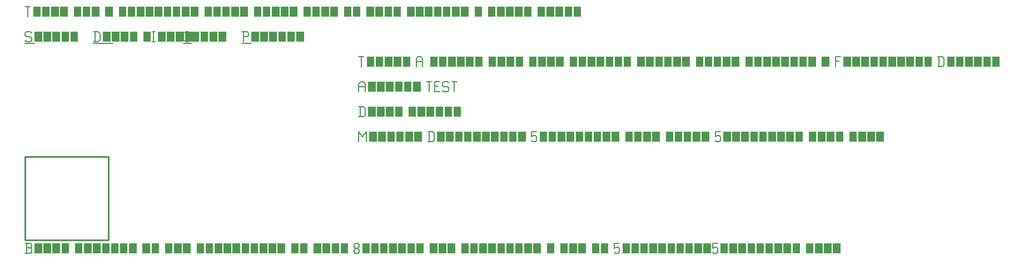
<source format=gbr>
G04 start of page 4 for group -1 layer_idx 268435461 *
G04 Title: A single line that extends beyond board boundary, <virtual group> *
G04 Creator: <version>
G04 CreationDate: <date>
G04 For: TEST *
G04 Format: Gerber/RS-274X *
G04 PCB-Dimensions: 50000 50000 *
G04 PCB-Coordinate-Origin: lower left *
%MOIN*%
%FSLAX25Y25*%
%LNLOGICAL_VIRTUAL_FAB_NONE*%
%ADD15C,0.0100*%
%ADD14C,0.0001*%
%ADD13C,0.0060*%
G54D13*X3000Y125000D02*X3750Y124250D01*
X750Y125000D02*X3000D01*
X0Y124250D02*X750Y125000D01*
X0Y124250D02*Y122750D01*
X750Y122000D01*
X3000D01*
X3750Y121250D01*
Y119750D01*
X3000Y119000D02*X3750Y119750D01*
X750Y119000D02*X3000D01*
X0Y119750D02*X750Y119000D01*
G54D14*G36*
X5550Y125000D02*X10050D01*
Y119000D01*
X5550D01*
Y125000D01*
G37*
G36*
X10950D02*X15450D01*
Y119000D01*
X10950D01*
Y125000D01*
G37*
G36*
X16350D02*X20850D01*
Y119000D01*
X16350D01*
Y125000D01*
G37*
G36*
X21750D02*X26250D01*
Y119000D01*
X21750D01*
Y125000D01*
G37*
G36*
X27150D02*X31650D01*
Y119000D01*
X27150D01*
Y125000D01*
G37*
G54D13*X0Y118000D02*X5550D01*
X41750Y125000D02*Y119000D01*
X43700Y125000D02*X44750Y123950D01*
Y120050D01*
X43700Y119000D02*X44750Y120050D01*
X41000Y119000D02*X43700D01*
X41000Y125000D02*X43700D01*
G54D14*G36*
X46550D02*X51050D01*
Y119000D01*
X46550D01*
Y125000D01*
G37*
G36*
X51950D02*X56450D01*
Y119000D01*
X51950D01*
Y125000D01*
G37*
G36*
X57350D02*X61850D01*
Y119000D01*
X57350D01*
Y125000D01*
G37*
G36*
X62750D02*X67250D01*
Y119000D01*
X62750D01*
Y125000D01*
G37*
G36*
X70850D02*X75350D01*
Y119000D01*
X70850D01*
Y125000D01*
G37*
G54D13*X76250D02*X77750D01*
X77000D02*Y119000D01*
X76250D02*X77750D01*
G54D14*G36*
X79550Y125000D02*X84050D01*
Y119000D01*
X79550D01*
Y125000D01*
G37*
G36*
X84950D02*X89450D01*
Y119000D01*
X84950D01*
Y125000D01*
G37*
G36*
X90350D02*X94850D01*
Y119000D01*
X90350D01*
Y125000D01*
G37*
G36*
X95750D02*X100250D01*
Y119000D01*
X95750D01*
Y125000D01*
G37*
G54D13*X41000Y118000D02*X52550D01*
X96050Y119000D02*X98000D01*
X95000Y120050D02*X96050Y119000D01*
X95000Y123950D02*Y120050D01*
Y123950D02*X96050Y125000D01*
X98000D01*
G54D14*G36*
X99800D02*X104300D01*
Y119000D01*
X99800D01*
Y125000D01*
G37*
G36*
X105200D02*X109700D01*
Y119000D01*
X105200D01*
Y125000D01*
G37*
G36*
X110600D02*X115100D01*
Y119000D01*
X110600D01*
Y125000D01*
G37*
G36*
X116000D02*X120500D01*
Y119000D01*
X116000D01*
Y125000D01*
G37*
G54D13*X95000Y118000D02*X99800D01*
X130750Y125000D02*Y119000D01*
X130000Y125000D02*X133000D01*
X133750Y124250D01*
Y122750D01*
X133000Y122000D02*X133750Y122750D01*
X130750Y122000D02*X133000D01*
G54D14*G36*
X135550Y125000D02*X140050D01*
Y119000D01*
X135550D01*
Y125000D01*
G37*
G36*
X140950D02*X145450D01*
Y119000D01*
X140950D01*
Y125000D01*
G37*
G36*
X146350D02*X150850D01*
Y119000D01*
X146350D01*
Y125000D01*
G37*
G36*
X151750D02*X156250D01*
Y119000D01*
X151750D01*
Y125000D01*
G37*
G36*
X157150D02*X161650D01*
Y119000D01*
X157150D01*
Y125000D01*
G37*
G36*
X162550D02*X167050D01*
Y119000D01*
X162550D01*
Y125000D01*
G37*
G54D13*X130000Y118000D02*X135550D01*
X0Y140000D02*X3000D01*
X1500D02*Y134000D01*
G54D14*G36*
X4800Y140000D02*X9300D01*
Y134000D01*
X4800D01*
Y140000D01*
G37*
G36*
X10200D02*X14700D01*
Y134000D01*
X10200D01*
Y140000D01*
G37*
G36*
X15600D02*X20100D01*
Y134000D01*
X15600D01*
Y140000D01*
G37*
G36*
X21000D02*X25500D01*
Y134000D01*
X21000D01*
Y140000D01*
G37*
G36*
X29100D02*X33600D01*
Y134000D01*
X29100D01*
Y140000D01*
G37*
G36*
X34500D02*X39000D01*
Y134000D01*
X34500D01*
Y140000D01*
G37*
G36*
X39900D02*X44400D01*
Y134000D01*
X39900D01*
Y140000D01*
G37*
G36*
X48000D02*X52500D01*
Y134000D01*
X48000D01*
Y140000D01*
G37*
G36*
X56100D02*X60600D01*
Y134000D01*
X56100D01*
Y140000D01*
G37*
G36*
X61500D02*X66000D01*
Y134000D01*
X61500D01*
Y140000D01*
G37*
G36*
X66900D02*X71400D01*
Y134000D01*
X66900D01*
Y140000D01*
G37*
G36*
X72300D02*X76800D01*
Y134000D01*
X72300D01*
Y140000D01*
G37*
G36*
X77700D02*X82200D01*
Y134000D01*
X77700D01*
Y140000D01*
G37*
G36*
X83100D02*X87600D01*
Y134000D01*
X83100D01*
Y140000D01*
G37*
G36*
X88500D02*X93000D01*
Y134000D01*
X88500D01*
Y140000D01*
G37*
G36*
X93900D02*X98400D01*
Y134000D01*
X93900D01*
Y140000D01*
G37*
G36*
X99300D02*X103800D01*
Y134000D01*
X99300D01*
Y140000D01*
G37*
G36*
X107400D02*X111900D01*
Y134000D01*
X107400D01*
Y140000D01*
G37*
G36*
X112800D02*X117300D01*
Y134000D01*
X112800D01*
Y140000D01*
G37*
G36*
X118200D02*X122700D01*
Y134000D01*
X118200D01*
Y140000D01*
G37*
G36*
X123600D02*X128100D01*
Y134000D01*
X123600D01*
Y140000D01*
G37*
G36*
X129000D02*X133500D01*
Y134000D01*
X129000D01*
Y140000D01*
G37*
G36*
X137100D02*X141600D01*
Y134000D01*
X137100D01*
Y140000D01*
G37*
G36*
X142500D02*X147000D01*
Y134000D01*
X142500D01*
Y140000D01*
G37*
G36*
X147900D02*X152400D01*
Y134000D01*
X147900D01*
Y140000D01*
G37*
G36*
X153300D02*X157800D01*
Y134000D01*
X153300D01*
Y140000D01*
G37*
G36*
X158700D02*X163200D01*
Y134000D01*
X158700D01*
Y140000D01*
G37*
G36*
X166800D02*X171300D01*
Y134000D01*
X166800D01*
Y140000D01*
G37*
G36*
X172200D02*X176700D01*
Y134000D01*
X172200D01*
Y140000D01*
G37*
G36*
X177600D02*X182100D01*
Y134000D01*
X177600D01*
Y140000D01*
G37*
G36*
X183000D02*X187500D01*
Y134000D01*
X183000D01*
Y140000D01*
G37*
G36*
X191100D02*X195600D01*
Y134000D01*
X191100D01*
Y140000D01*
G37*
G36*
X196500D02*X201000D01*
Y134000D01*
X196500D01*
Y140000D01*
G37*
G36*
X204600D02*X209100D01*
Y134000D01*
X204600D01*
Y140000D01*
G37*
G36*
X210000D02*X214500D01*
Y134000D01*
X210000D01*
Y140000D01*
G37*
G36*
X215400D02*X219900D01*
Y134000D01*
X215400D01*
Y140000D01*
G37*
G36*
X220800D02*X225300D01*
Y134000D01*
X220800D01*
Y140000D01*
G37*
G36*
X228900D02*X233400D01*
Y134000D01*
X228900D01*
Y140000D01*
G37*
G36*
X234300D02*X238800D01*
Y134000D01*
X234300D01*
Y140000D01*
G37*
G36*
X239700D02*X244200D01*
Y134000D01*
X239700D01*
Y140000D01*
G37*
G36*
X245100D02*X249600D01*
Y134000D01*
X245100D01*
Y140000D01*
G37*
G36*
X250500D02*X255000D01*
Y134000D01*
X250500D01*
Y140000D01*
G37*
G36*
X255900D02*X260400D01*
Y134000D01*
X255900D01*
Y140000D01*
G37*
G36*
X261300D02*X265800D01*
Y134000D01*
X261300D01*
Y140000D01*
G37*
G36*
X269400D02*X273900D01*
Y134000D01*
X269400D01*
Y140000D01*
G37*
G36*
X277500D02*X282000D01*
Y134000D01*
X277500D01*
Y140000D01*
G37*
G36*
X282900D02*X287400D01*
Y134000D01*
X282900D01*
Y140000D01*
G37*
G36*
X288300D02*X292800D01*
Y134000D01*
X288300D01*
Y140000D01*
G37*
G36*
X293700D02*X298200D01*
Y134000D01*
X293700D01*
Y140000D01*
G37*
G36*
X299100D02*X303600D01*
Y134000D01*
X299100D01*
Y140000D01*
G37*
G36*
X307200D02*X311700D01*
Y134000D01*
X307200D01*
Y140000D01*
G37*
G36*
X312600D02*X317100D01*
Y134000D01*
X312600D01*
Y140000D01*
G37*
G36*
X318000D02*X322500D01*
Y134000D01*
X318000D01*
Y140000D01*
G37*
G36*
X323400D02*X327900D01*
Y134000D01*
X323400D01*
Y140000D01*
G37*
G36*
X328800D02*X333300D01*
Y134000D01*
X328800D01*
Y140000D01*
G37*
G54D15*X0Y50000D02*X50000D01*
X0D02*Y0D01*
X50000Y50000D02*Y0D01*
X0D02*X50000D01*
G54D13*X200000Y65000D02*Y59000D01*
Y65000D02*X202250Y62000D01*
X204500Y65000D01*
Y59000D01*
G54D14*G36*
X206300Y65000D02*X210800D01*
Y59000D01*
X206300D01*
Y65000D01*
G37*
G36*
X211700D02*X216200D01*
Y59000D01*
X211700D01*
Y65000D01*
G37*
G36*
X217100D02*X221600D01*
Y59000D01*
X217100D01*
Y65000D01*
G37*
G36*
X222500D02*X227000D01*
Y59000D01*
X222500D01*
Y65000D01*
G37*
G36*
X227900D02*X232400D01*
Y59000D01*
X227900D01*
Y65000D01*
G37*
G36*
X233300D02*X237800D01*
Y59000D01*
X233300D01*
Y65000D01*
G37*
G54D13*X242150D02*Y59000D01*
X244100Y65000D02*X245150Y63950D01*
Y60050D01*
X244100Y59000D02*X245150Y60050D01*
X241400Y59000D02*X244100D01*
X241400Y65000D02*X244100D01*
G54D14*G36*
X246950D02*X251450D01*
Y59000D01*
X246950D01*
Y65000D01*
G37*
G36*
X252350D02*X256850D01*
Y59000D01*
X252350D01*
Y65000D01*
G37*
G36*
X257750D02*X262250D01*
Y59000D01*
X257750D01*
Y65000D01*
G37*
G36*
X263150D02*X267650D01*
Y59000D01*
X263150D01*
Y65000D01*
G37*
G36*
X268550D02*X273050D01*
Y59000D01*
X268550D01*
Y65000D01*
G37*
G36*
X273950D02*X278450D01*
Y59000D01*
X273950D01*
Y65000D01*
G37*
G36*
X279350D02*X283850D01*
Y59000D01*
X279350D01*
Y65000D01*
G37*
G36*
X284750D02*X289250D01*
Y59000D01*
X284750D01*
Y65000D01*
G37*
G36*
X290150D02*X294650D01*
Y59000D01*
X290150D01*
Y65000D01*
G37*
G36*
X295550D02*X300050D01*
Y59000D01*
X295550D01*
Y65000D01*
G37*
G54D13*X303650D02*X306650D01*
X303650D02*Y62000D01*
X304400Y62750D01*
X305900D01*
X306650Y62000D01*
Y59750D01*
X305900Y59000D02*X306650Y59750D01*
X304400Y59000D02*X305900D01*
X303650Y59750D02*X304400Y59000D01*
G54D14*G36*
X308450Y65000D02*X312950D01*
Y59000D01*
X308450D01*
Y65000D01*
G37*
G36*
X313850D02*X318350D01*
Y59000D01*
X313850D01*
Y65000D01*
G37*
G36*
X319250D02*X323750D01*
Y59000D01*
X319250D01*
Y65000D01*
G37*
G36*
X324650D02*X329150D01*
Y59000D01*
X324650D01*
Y65000D01*
G37*
G36*
X330050D02*X334550D01*
Y59000D01*
X330050D01*
Y65000D01*
G37*
G36*
X335450D02*X339950D01*
Y59000D01*
X335450D01*
Y65000D01*
G37*
G36*
X340850D02*X345350D01*
Y59000D01*
X340850D01*
Y65000D01*
G37*
G36*
X346250D02*X350750D01*
Y59000D01*
X346250D01*
Y65000D01*
G37*
G36*
X351650D02*X356150D01*
Y59000D01*
X351650D01*
Y65000D01*
G37*
G36*
X359750D02*X364250D01*
Y59000D01*
X359750D01*
Y65000D01*
G37*
G36*
X365150D02*X369650D01*
Y59000D01*
X365150D01*
Y65000D01*
G37*
G36*
X370550D02*X375050D01*
Y59000D01*
X370550D01*
Y65000D01*
G37*
G36*
X375950D02*X380450D01*
Y59000D01*
X375950D01*
Y65000D01*
G37*
G36*
X384050D02*X388550D01*
Y59000D01*
X384050D01*
Y65000D01*
G37*
G36*
X389450D02*X393950D01*
Y59000D01*
X389450D01*
Y65000D01*
G37*
G36*
X394850D02*X399350D01*
Y59000D01*
X394850D01*
Y65000D01*
G37*
G36*
X400250D02*X404750D01*
Y59000D01*
X400250D01*
Y65000D01*
G37*
G36*
X405650D02*X410150D01*
Y59000D01*
X405650D01*
Y65000D01*
G37*
G54D13*X413750D02*X416750D01*
X413750D02*Y62000D01*
X414500Y62750D01*
X416000D01*
X416750Y62000D01*
Y59750D01*
X416000Y59000D02*X416750Y59750D01*
X414500Y59000D02*X416000D01*
X413750Y59750D02*X414500Y59000D01*
G54D14*G36*
X418550Y65000D02*X423050D01*
Y59000D01*
X418550D01*
Y65000D01*
G37*
G36*
X423950D02*X428450D01*
Y59000D01*
X423950D01*
Y65000D01*
G37*
G36*
X429350D02*X433850D01*
Y59000D01*
X429350D01*
Y65000D01*
G37*
G36*
X434750D02*X439250D01*
Y59000D01*
X434750D01*
Y65000D01*
G37*
G36*
X440150D02*X444650D01*
Y59000D01*
X440150D01*
Y65000D01*
G37*
G36*
X445550D02*X450050D01*
Y59000D01*
X445550D01*
Y65000D01*
G37*
G36*
X450950D02*X455450D01*
Y59000D01*
X450950D01*
Y65000D01*
G37*
G36*
X456350D02*X460850D01*
Y59000D01*
X456350D01*
Y65000D01*
G37*
G36*
X461750D02*X466250D01*
Y59000D01*
X461750D01*
Y65000D01*
G37*
G36*
X469850D02*X474350D01*
Y59000D01*
X469850D01*
Y65000D01*
G37*
G36*
X475250D02*X479750D01*
Y59000D01*
X475250D01*
Y65000D01*
G37*
G36*
X480650D02*X485150D01*
Y59000D01*
X480650D01*
Y65000D01*
G37*
G36*
X486050D02*X490550D01*
Y59000D01*
X486050D01*
Y65000D01*
G37*
G36*
X494150D02*X498650D01*
Y59000D01*
X494150D01*
Y65000D01*
G37*
G36*
X499550D02*X504050D01*
Y59000D01*
X499550D01*
Y65000D01*
G37*
G36*
X504950D02*X509450D01*
Y59000D01*
X504950D01*
Y65000D01*
G37*
G36*
X510350D02*X514850D01*
Y59000D01*
X510350D01*
Y65000D01*
G37*
G54D13*X0Y-8000D02*X3000D01*
X3750Y-7250D01*
Y-5450D02*Y-7250D01*
X3000Y-4700D02*X3750Y-5450D01*
X750Y-4700D02*X3000D01*
X750Y-2000D02*Y-8000D01*
X0Y-2000D02*X3000D01*
X3750Y-2750D01*
Y-3950D01*
X3000Y-4700D02*X3750Y-3950D01*
G54D14*G36*
X5550Y-2000D02*X10050D01*
Y-8000D01*
X5550D01*
Y-2000D01*
G37*
G36*
X10950D02*X15450D01*
Y-8000D01*
X10950D01*
Y-2000D01*
G37*
G36*
X16350D02*X20850D01*
Y-8000D01*
X16350D01*
Y-2000D01*
G37*
G36*
X21750D02*X26250D01*
Y-8000D01*
X21750D01*
Y-2000D01*
G37*
G36*
X29850D02*X34350D01*
Y-8000D01*
X29850D01*
Y-2000D01*
G37*
G36*
X35250D02*X39750D01*
Y-8000D01*
X35250D01*
Y-2000D01*
G37*
G36*
X40650D02*X45150D01*
Y-8000D01*
X40650D01*
Y-2000D01*
G37*
G36*
X46050D02*X50550D01*
Y-8000D01*
X46050D01*
Y-2000D01*
G37*
G36*
X51450D02*X55950D01*
Y-8000D01*
X51450D01*
Y-2000D01*
G37*
G36*
X56850D02*X61350D01*
Y-8000D01*
X56850D01*
Y-2000D01*
G37*
G36*
X62250D02*X66750D01*
Y-8000D01*
X62250D01*
Y-2000D01*
G37*
G36*
X70350D02*X74850D01*
Y-8000D01*
X70350D01*
Y-2000D01*
G37*
G36*
X75750D02*X80250D01*
Y-8000D01*
X75750D01*
Y-2000D01*
G37*
G36*
X83850D02*X88350D01*
Y-8000D01*
X83850D01*
Y-2000D01*
G37*
G36*
X89250D02*X93750D01*
Y-8000D01*
X89250D01*
Y-2000D01*
G37*
G36*
X94650D02*X99150D01*
Y-8000D01*
X94650D01*
Y-2000D01*
G37*
G36*
X102750D02*X107250D01*
Y-8000D01*
X102750D01*
Y-2000D01*
G37*
G36*
X108150D02*X112650D01*
Y-8000D01*
X108150D01*
Y-2000D01*
G37*
G36*
X113550D02*X118050D01*
Y-8000D01*
X113550D01*
Y-2000D01*
G37*
G36*
X118950D02*X123450D01*
Y-8000D01*
X118950D01*
Y-2000D01*
G37*
G36*
X124350D02*X128850D01*
Y-8000D01*
X124350D01*
Y-2000D01*
G37*
G36*
X129750D02*X134250D01*
Y-8000D01*
X129750D01*
Y-2000D01*
G37*
G36*
X135150D02*X139650D01*
Y-8000D01*
X135150D01*
Y-2000D01*
G37*
G36*
X140550D02*X145050D01*
Y-8000D01*
X140550D01*
Y-2000D01*
G37*
G36*
X145950D02*X150450D01*
Y-8000D01*
X145950D01*
Y-2000D01*
G37*
G36*
X151350D02*X155850D01*
Y-8000D01*
X151350D01*
Y-2000D01*
G37*
G36*
X159450D02*X163950D01*
Y-8000D01*
X159450D01*
Y-2000D01*
G37*
G36*
X164850D02*X169350D01*
Y-8000D01*
X164850D01*
Y-2000D01*
G37*
G36*
X172950D02*X177450D01*
Y-8000D01*
X172950D01*
Y-2000D01*
G37*
G36*
X178350D02*X182850D01*
Y-8000D01*
X178350D01*
Y-2000D01*
G37*
G36*
X183750D02*X188250D01*
Y-8000D01*
X183750D01*
Y-2000D01*
G37*
G36*
X189150D02*X193650D01*
Y-8000D01*
X189150D01*
Y-2000D01*
G37*
G54D13*X197250Y-7250D02*X198000Y-8000D01*
X197250Y-6050D02*Y-7250D01*
Y-6050D02*X198300Y-5000D01*
X199200D01*
X200250Y-6050D01*
Y-7250D01*
X199500Y-8000D02*X200250Y-7250D01*
X198000Y-8000D02*X199500D01*
X197250Y-3950D02*X198300Y-5000D01*
X197250Y-2750D02*Y-3950D01*
Y-2750D02*X198000Y-2000D01*
X199500D01*
X200250Y-2750D01*
Y-3950D01*
X199200Y-5000D02*X200250Y-3950D01*
G54D14*G36*
X202050Y-2000D02*X206550D01*
Y-8000D01*
X202050D01*
Y-2000D01*
G37*
G36*
X207450D02*X211950D01*
Y-8000D01*
X207450D01*
Y-2000D01*
G37*
G36*
X212850D02*X217350D01*
Y-8000D01*
X212850D01*
Y-2000D01*
G37*
G36*
X218250D02*X222750D01*
Y-8000D01*
X218250D01*
Y-2000D01*
G37*
G36*
X223650D02*X228150D01*
Y-8000D01*
X223650D01*
Y-2000D01*
G37*
G36*
X229050D02*X233550D01*
Y-8000D01*
X229050D01*
Y-2000D01*
G37*
G36*
X234450D02*X238950D01*
Y-8000D01*
X234450D01*
Y-2000D01*
G37*
G36*
X242550D02*X247050D01*
Y-8000D01*
X242550D01*
Y-2000D01*
G37*
G36*
X247950D02*X252450D01*
Y-8000D01*
X247950D01*
Y-2000D01*
G37*
G36*
X253350D02*X257850D01*
Y-8000D01*
X253350D01*
Y-2000D01*
G37*
G36*
X261450D02*X265950D01*
Y-8000D01*
X261450D01*
Y-2000D01*
G37*
G36*
X266850D02*X271350D01*
Y-8000D01*
X266850D01*
Y-2000D01*
G37*
G36*
X272250D02*X276750D01*
Y-8000D01*
X272250D01*
Y-2000D01*
G37*
G36*
X277650D02*X282150D01*
Y-8000D01*
X277650D01*
Y-2000D01*
G37*
G36*
X283050D02*X287550D01*
Y-8000D01*
X283050D01*
Y-2000D01*
G37*
G36*
X288450D02*X292950D01*
Y-8000D01*
X288450D01*
Y-2000D01*
G37*
G36*
X293850D02*X298350D01*
Y-8000D01*
X293850D01*
Y-2000D01*
G37*
G36*
X299250D02*X303750D01*
Y-8000D01*
X299250D01*
Y-2000D01*
G37*
G36*
X304650D02*X309150D01*
Y-8000D01*
X304650D01*
Y-2000D01*
G37*
G36*
X312750D02*X317250D01*
Y-8000D01*
X312750D01*
Y-2000D01*
G37*
G36*
X320850D02*X325350D01*
Y-8000D01*
X320850D01*
Y-2000D01*
G37*
G36*
X326250D02*X330750D01*
Y-8000D01*
X326250D01*
Y-2000D01*
G37*
G36*
X331650D02*X336150D01*
Y-8000D01*
X331650D01*
Y-2000D01*
G37*
G36*
X339750D02*X344250D01*
Y-8000D01*
X339750D01*
Y-2000D01*
G37*
G36*
X345150D02*X349650D01*
Y-8000D01*
X345150D01*
Y-2000D01*
G37*
G54D13*X353250D02*X356250D01*
X353250D02*Y-5000D01*
X354000Y-4250D01*
X355500D01*
X356250Y-5000D01*
Y-7250D01*
X355500Y-8000D02*X356250Y-7250D01*
X354000Y-8000D02*X355500D01*
X353250Y-7250D02*X354000Y-8000D01*
G54D14*G36*
X358050Y-2000D02*X362550D01*
Y-8000D01*
X358050D01*
Y-2000D01*
G37*
G36*
X363450D02*X367950D01*
Y-8000D01*
X363450D01*
Y-2000D01*
G37*
G36*
X368850D02*X373350D01*
Y-8000D01*
X368850D01*
Y-2000D01*
G37*
G36*
X374250D02*X378750D01*
Y-8000D01*
X374250D01*
Y-2000D01*
G37*
G36*
X379650D02*X384150D01*
Y-8000D01*
X379650D01*
Y-2000D01*
G37*
G36*
X385050D02*X389550D01*
Y-8000D01*
X385050D01*
Y-2000D01*
G37*
G36*
X390450D02*X394950D01*
Y-8000D01*
X390450D01*
Y-2000D01*
G37*
G36*
X395850D02*X400350D01*
Y-8000D01*
X395850D01*
Y-2000D01*
G37*
G36*
X401250D02*X405750D01*
Y-8000D01*
X401250D01*
Y-2000D01*
G37*
G36*
X406650D02*X411150D01*
Y-8000D01*
X406650D01*
Y-2000D01*
G37*
G54D13*X412050D02*X415050D01*
X412050D02*Y-5000D01*
X412800Y-4250D01*
X414300D01*
X415050Y-5000D01*
Y-7250D01*
X414300Y-8000D02*X415050Y-7250D01*
X412800Y-8000D02*X414300D01*
X412050Y-7250D02*X412800Y-8000D01*
G54D14*G36*
X416850Y-2000D02*X421350D01*
Y-8000D01*
X416850D01*
Y-2000D01*
G37*
G36*
X422250D02*X426750D01*
Y-8000D01*
X422250D01*
Y-2000D01*
G37*
G36*
X427650D02*X432150D01*
Y-8000D01*
X427650D01*
Y-2000D01*
G37*
G36*
X433050D02*X437550D01*
Y-8000D01*
X433050D01*
Y-2000D01*
G37*
G36*
X438450D02*X442950D01*
Y-8000D01*
X438450D01*
Y-2000D01*
G37*
G36*
X443850D02*X448350D01*
Y-8000D01*
X443850D01*
Y-2000D01*
G37*
G36*
X449250D02*X453750D01*
Y-8000D01*
X449250D01*
Y-2000D01*
G37*
G36*
X454650D02*X459150D01*
Y-8000D01*
X454650D01*
Y-2000D01*
G37*
G36*
X460050D02*X464550D01*
Y-8000D01*
X460050D01*
Y-2000D01*
G37*
G36*
X468150D02*X472650D01*
Y-8000D01*
X468150D01*
Y-2000D01*
G37*
G36*
X473550D02*X478050D01*
Y-8000D01*
X473550D01*
Y-2000D01*
G37*
G36*
X478950D02*X483450D01*
Y-8000D01*
X478950D01*
Y-2000D01*
G37*
G36*
X484350D02*X488850D01*
Y-8000D01*
X484350D01*
Y-2000D01*
G37*
G54D13*X200750Y80000D02*Y74000D01*
X202700Y80000D02*X203750Y78950D01*
Y75050D01*
X202700Y74000D02*X203750Y75050D01*
X200000Y74000D02*X202700D01*
X200000Y80000D02*X202700D01*
G54D14*G36*
X205550D02*X210050D01*
Y74000D01*
X205550D01*
Y80000D01*
G37*
G36*
X210950D02*X215450D01*
Y74000D01*
X210950D01*
Y80000D01*
G37*
G36*
X216350D02*X220850D01*
Y74000D01*
X216350D01*
Y80000D01*
G37*
G36*
X221750D02*X226250D01*
Y74000D01*
X221750D01*
Y80000D01*
G37*
G36*
X229850D02*X234350D01*
Y74000D01*
X229850D01*
Y80000D01*
G37*
G36*
X235250D02*X239750D01*
Y74000D01*
X235250D01*
Y80000D01*
G37*
G36*
X240650D02*X245150D01*
Y74000D01*
X240650D01*
Y80000D01*
G37*
G36*
X246050D02*X250550D01*
Y74000D01*
X246050D01*
Y80000D01*
G37*
G36*
X251450D02*X255950D01*
Y74000D01*
X251450D01*
Y80000D01*
G37*
G36*
X256850D02*X261350D01*
Y74000D01*
X256850D01*
Y80000D01*
G37*
G54D13*X200000Y93500D02*Y89000D01*
Y93500D02*X201050Y95000D01*
X202700D01*
X203750Y93500D01*
Y89000D01*
X200000Y92000D02*X203750D01*
G54D14*G36*
X205550Y95000D02*X210050D01*
Y89000D01*
X205550D01*
Y95000D01*
G37*
G36*
X210950D02*X215450D01*
Y89000D01*
X210950D01*
Y95000D01*
G37*
G36*
X216350D02*X220850D01*
Y89000D01*
X216350D01*
Y95000D01*
G37*
G36*
X221750D02*X226250D01*
Y89000D01*
X221750D01*
Y95000D01*
G37*
G36*
X227150D02*X231650D01*
Y89000D01*
X227150D01*
Y95000D01*
G37*
G36*
X232550D02*X237050D01*
Y89000D01*
X232550D01*
Y95000D01*
G37*
G54D13*X240650D02*X243650D01*
X242150D02*Y89000D01*
X245450Y92300D02*X247700D01*
X245450Y89000D02*X248450D01*
X245450Y95000D02*Y89000D01*
Y95000D02*X248450D01*
X253250D02*X254000Y94250D01*
X251000Y95000D02*X253250D01*
X250250Y94250D02*X251000Y95000D01*
X250250Y94250D02*Y92750D01*
X251000Y92000D01*
X253250D01*
X254000Y91250D01*
Y89750D01*
X253250Y89000D02*X254000Y89750D01*
X251000Y89000D02*X253250D01*
X250250Y89750D02*X251000Y89000D01*
X255800Y95000D02*X258800D01*
X257300D02*Y89000D01*
X200000Y110000D02*X203000D01*
X201500D02*Y104000D01*
G54D14*G36*
X204800Y110000D02*X209300D01*
Y104000D01*
X204800D01*
Y110000D01*
G37*
G36*
X210200D02*X214700D01*
Y104000D01*
X210200D01*
Y110000D01*
G37*
G36*
X215600D02*X220100D01*
Y104000D01*
X215600D01*
Y110000D01*
G37*
G36*
X221000D02*X225500D01*
Y104000D01*
X221000D01*
Y110000D01*
G37*
G36*
X226400D02*X230900D01*
Y104000D01*
X226400D01*
Y110000D01*
G37*
G54D13*X234500Y108500D02*Y104000D01*
Y108500D02*X235550Y110000D01*
X237200D01*
X238250Y108500D01*
Y104000D01*
X234500Y107000D02*X238250D01*
G54D14*G36*
X242750Y110000D02*X247250D01*
Y104000D01*
X242750D01*
Y110000D01*
G37*
G36*
X248150D02*X252650D01*
Y104000D01*
X248150D01*
Y110000D01*
G37*
G36*
X253550D02*X258050D01*
Y104000D01*
X253550D01*
Y110000D01*
G37*
G36*
X258950D02*X263450D01*
Y104000D01*
X258950D01*
Y110000D01*
G37*
G36*
X264350D02*X268850D01*
Y104000D01*
X264350D01*
Y110000D01*
G37*
G36*
X269750D02*X274250D01*
Y104000D01*
X269750D01*
Y110000D01*
G37*
G36*
X277850D02*X282350D01*
Y104000D01*
X277850D01*
Y110000D01*
G37*
G36*
X283250D02*X287750D01*
Y104000D01*
X283250D01*
Y110000D01*
G37*
G36*
X288650D02*X293150D01*
Y104000D01*
X288650D01*
Y110000D01*
G37*
G36*
X294050D02*X298550D01*
Y104000D01*
X294050D01*
Y110000D01*
G37*
G36*
X302150D02*X306650D01*
Y104000D01*
X302150D01*
Y110000D01*
G37*
G36*
X307550D02*X312050D01*
Y104000D01*
X307550D01*
Y110000D01*
G37*
G36*
X312950D02*X317450D01*
Y104000D01*
X312950D01*
Y110000D01*
G37*
G36*
X318350D02*X322850D01*
Y104000D01*
X318350D01*
Y110000D01*
G37*
G36*
X326450D02*X330950D01*
Y104000D01*
X326450D01*
Y110000D01*
G37*
G36*
X331850D02*X336350D01*
Y104000D01*
X331850D01*
Y110000D01*
G37*
G36*
X337250D02*X341750D01*
Y104000D01*
X337250D01*
Y110000D01*
G37*
G36*
X342650D02*X347150D01*
Y104000D01*
X342650D01*
Y110000D01*
G37*
G36*
X348050D02*X352550D01*
Y104000D01*
X348050D01*
Y110000D01*
G37*
G36*
X353450D02*X357950D01*
Y104000D01*
X353450D01*
Y110000D01*
G37*
G36*
X358850D02*X363350D01*
Y104000D01*
X358850D01*
Y110000D01*
G37*
G36*
X366950D02*X371450D01*
Y104000D01*
X366950D01*
Y110000D01*
G37*
G36*
X372350D02*X376850D01*
Y104000D01*
X372350D01*
Y110000D01*
G37*
G36*
X377750D02*X382250D01*
Y104000D01*
X377750D01*
Y110000D01*
G37*
G36*
X383150D02*X387650D01*
Y104000D01*
X383150D01*
Y110000D01*
G37*
G36*
X388550D02*X393050D01*
Y104000D01*
X388550D01*
Y110000D01*
G37*
G36*
X393950D02*X398450D01*
Y104000D01*
X393950D01*
Y110000D01*
G37*
G36*
X402050D02*X406550D01*
Y104000D01*
X402050D01*
Y110000D01*
G37*
G36*
X407450D02*X411950D01*
Y104000D01*
X407450D01*
Y110000D01*
G37*
G36*
X412850D02*X417350D01*
Y104000D01*
X412850D01*
Y110000D01*
G37*
G36*
X418250D02*X422750D01*
Y104000D01*
X418250D01*
Y110000D01*
G37*
G36*
X423650D02*X428150D01*
Y104000D01*
X423650D01*
Y110000D01*
G37*
G36*
X431750D02*X436250D01*
Y104000D01*
X431750D01*
Y110000D01*
G37*
G36*
X437150D02*X441650D01*
Y104000D01*
X437150D01*
Y110000D01*
G37*
G36*
X442550D02*X447050D01*
Y104000D01*
X442550D01*
Y110000D01*
G37*
G36*
X447950D02*X452450D01*
Y104000D01*
X447950D01*
Y110000D01*
G37*
G36*
X453350D02*X457850D01*
Y104000D01*
X453350D01*
Y110000D01*
G37*
G36*
X458750D02*X463250D01*
Y104000D01*
X458750D01*
Y110000D01*
G37*
G36*
X464150D02*X468650D01*
Y104000D01*
X464150D01*
Y110000D01*
G37*
G36*
X469550D02*X474050D01*
Y104000D01*
X469550D01*
Y110000D01*
G37*
G36*
X477650D02*X482150D01*
Y104000D01*
X477650D01*
Y110000D01*
G37*
G54D13*X485750D02*Y104000D01*
Y110000D02*X488750D01*
X485750Y107300D02*X488000D01*
G54D14*G36*
X490550Y110000D02*X495050D01*
Y104000D01*
X490550D01*
Y110000D01*
G37*
G36*
X495950D02*X500450D01*
Y104000D01*
X495950D01*
Y110000D01*
G37*
G36*
X501350D02*X505850D01*
Y104000D01*
X501350D01*
Y110000D01*
G37*
G36*
X506750D02*X511250D01*
Y104000D01*
X506750D01*
Y110000D01*
G37*
G36*
X512150D02*X516650D01*
Y104000D01*
X512150D01*
Y110000D01*
G37*
G36*
X517550D02*X522050D01*
Y104000D01*
X517550D01*
Y110000D01*
G37*
G36*
X522950D02*X527450D01*
Y104000D01*
X522950D01*
Y110000D01*
G37*
G36*
X528350D02*X532850D01*
Y104000D01*
X528350D01*
Y110000D01*
G37*
G36*
X533750D02*X538250D01*
Y104000D01*
X533750D01*
Y110000D01*
G37*
G36*
X539150D02*X543650D01*
Y104000D01*
X539150D01*
Y110000D01*
G37*
G54D13*X548000D02*Y104000D01*
X549950Y110000D02*X551000Y108950D01*
Y105050D01*
X549950Y104000D02*X551000Y105050D01*
X547250Y104000D02*X549950D01*
X547250Y110000D02*X549950D01*
G54D14*G36*
X552800D02*X557300D01*
Y104000D01*
X552800D01*
Y110000D01*
G37*
G36*
X558200D02*X562700D01*
Y104000D01*
X558200D01*
Y110000D01*
G37*
G36*
X563600D02*X568100D01*
Y104000D01*
X563600D01*
Y110000D01*
G37*
G36*
X569000D02*X573500D01*
Y104000D01*
X569000D01*
Y110000D01*
G37*
G36*
X574400D02*X578900D01*
Y104000D01*
X574400D01*
Y110000D01*
G37*
G36*
X579800D02*X584300D01*
Y104000D01*
X579800D01*
Y110000D01*
G37*
M02*

</source>
